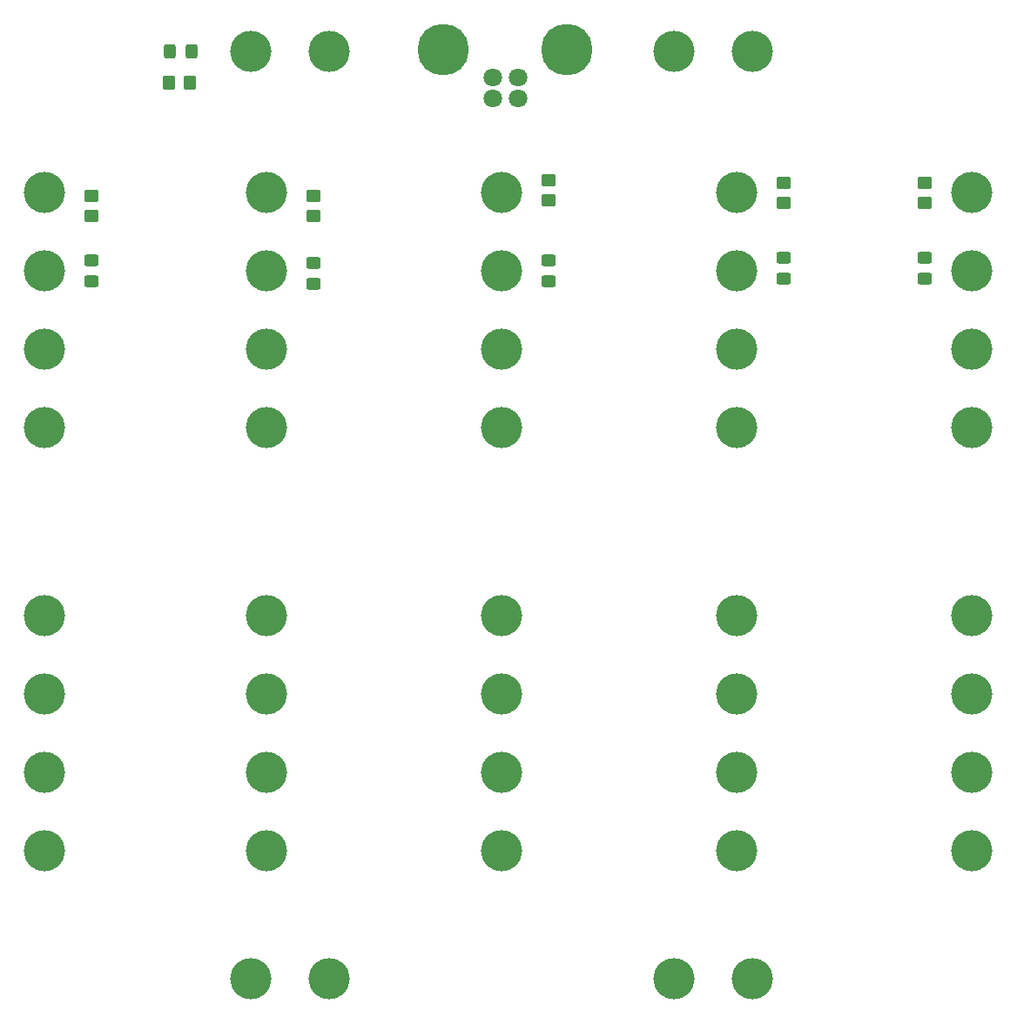
<source format=gbr>
%TF.GenerationSoftware,KiCad,Pcbnew,6.0.6-3a73a75311~116~ubuntu20.04.1*%
%TF.CreationDate,2022-06-26T16:51:51-05:00*%
%TF.ProjectId,BigClive_AA_Battery_Trickle_Charger_v000,42696743-6c69-4766-955f-41415f426174,rev?*%
%TF.SameCoordinates,Original*%
%TF.FileFunction,Soldermask,Bot*%
%TF.FilePolarity,Negative*%
%FSLAX46Y46*%
G04 Gerber Fmt 4.6, Leading zero omitted, Abs format (unit mm)*
G04 Created by KiCad (PCBNEW 6.0.6-3a73a75311~116~ubuntu20.04.1) date 2022-06-26 16:51:51*
%MOMM*%
%LPD*%
G01*
G04 APERTURE LIST*
G04 Aperture macros list*
%AMRoundRect*
0 Rectangle with rounded corners*
0 $1 Rounding radius*
0 $2 $3 $4 $5 $6 $7 $8 $9 X,Y pos of 4 corners*
0 Add a 4 corners polygon primitive as box body*
4,1,4,$2,$3,$4,$5,$6,$7,$8,$9,$2,$3,0*
0 Add four circle primitives for the rounded corners*
1,1,$1+$1,$2,$3*
1,1,$1+$1,$4,$5*
1,1,$1+$1,$6,$7*
1,1,$1+$1,$8,$9*
0 Add four rect primitives between the rounded corners*
20,1,$1+$1,$2,$3,$4,$5,0*
20,1,$1+$1,$4,$5,$6,$7,0*
20,1,$1+$1,$6,$7,$8,$9,0*
20,1,$1+$1,$8,$9,$2,$3,0*%
G04 Aperture macros list end*
%ADD10C,4.000000*%
%ADD11C,1.800000*%
%ADD12C,5.000000*%
%ADD13RoundRect,0.250000X0.450000X-0.325000X0.450000X0.325000X-0.450000X0.325000X-0.450000X-0.325000X0*%
%ADD14RoundRect,0.250000X-0.450000X0.350000X-0.450000X-0.350000X0.450000X-0.350000X0.450000X0.350000X0*%
%ADD15RoundRect,0.250000X0.350000X0.450000X-0.350000X0.450000X-0.350000X-0.450000X0.350000X-0.450000X0*%
%ADD16RoundRect,0.250000X0.325000X0.450000X-0.325000X0.450000X-0.325000X-0.450000X0.325000X-0.450000X0*%
G04 APERTURE END LIST*
D10*
%TO.C,U6*%
X142005000Y-133080000D03*
X149625000Y-133080000D03*
X190775000Y-133080000D03*
X183155000Y-133080000D03*
%TD*%
%TO.C,U5*%
X212110000Y-56625000D03*
X212110000Y-64245000D03*
X212110000Y-105395000D03*
X212110000Y-97775000D03*
%TD*%
D11*
%TO.C,J1*%
X165470000Y-47450000D03*
X167970000Y-47450000D03*
X167970000Y-45450000D03*
X165470000Y-45450000D03*
D12*
X172740000Y-42740000D03*
X160700000Y-42740000D03*
%TD*%
D10*
%TO.C,U1*%
X121940000Y-56625000D03*
X121940000Y-64245000D03*
X121940000Y-105395000D03*
X121940000Y-97775000D03*
%TD*%
%TO.C,U4*%
X189250000Y-56625000D03*
X189250000Y-64245000D03*
X189250000Y-105395000D03*
X189250000Y-97775000D03*
%TD*%
%TO.C,U3*%
X166390000Y-56625000D03*
X166390000Y-64245000D03*
X166390000Y-105395000D03*
X166390000Y-97775000D03*
%TD*%
%TO.C,U2*%
X143530000Y-56625000D03*
X143530000Y-64245000D03*
X143530000Y-105395000D03*
X143530000Y-97775000D03*
%TD*%
D13*
%TO.C,D10*%
X170962000Y-65271000D03*
X170962000Y-63221000D03*
%TD*%
D10*
%TO.C,U12*%
X141995000Y-42900000D03*
X149615000Y-42900000D03*
X190765000Y-42900000D03*
X183145000Y-42900000D03*
%TD*%
D14*
%TO.C,R8*%
X126512000Y-56896000D03*
X126512000Y-58896000D03*
%TD*%
%TO.C,R10*%
X170962000Y-55372000D03*
X170962000Y-57372000D03*
%TD*%
D10*
%TO.C,U9*%
X166390000Y-71865000D03*
X166390000Y-79485000D03*
X166390000Y-120635000D03*
X166390000Y-113015000D03*
%TD*%
D13*
%TO.C,D9*%
X148102000Y-65525000D03*
X148102000Y-63475000D03*
%TD*%
D10*
%TO.C,U8*%
X143530000Y-71865000D03*
X143530000Y-79485000D03*
X143530000Y-120635000D03*
X143530000Y-113015000D03*
%TD*%
D15*
%TO.C,R13*%
X136040000Y-45920000D03*
X134040000Y-45920000D03*
%TD*%
D16*
%TO.C,D13*%
X136173000Y-42910000D03*
X134123000Y-42910000D03*
%TD*%
D13*
%TO.C,D8*%
X126512000Y-65271000D03*
X126512000Y-63221000D03*
%TD*%
D14*
%TO.C,R11*%
X193822000Y-55626000D03*
X193822000Y-57626000D03*
%TD*%
D10*
%TO.C,U10*%
X189250000Y-71865000D03*
X189250000Y-79485000D03*
X189250000Y-120635000D03*
X189250000Y-113015000D03*
%TD*%
%TO.C,U11*%
X212110000Y-71865000D03*
X212110000Y-79485000D03*
X212110000Y-120635000D03*
X212110000Y-113015000D03*
%TD*%
D14*
%TO.C,R9*%
X148102000Y-56896000D03*
X148102000Y-58896000D03*
%TD*%
%TO.C,R12*%
X207538000Y-55626000D03*
X207538000Y-57626000D03*
%TD*%
D13*
%TO.C,D11*%
X193822000Y-65017000D03*
X193822000Y-62967000D03*
%TD*%
%TO.C,D12*%
X207538000Y-65017000D03*
X207538000Y-62967000D03*
%TD*%
D10*
%TO.C,U7*%
X121940000Y-71865000D03*
X121940000Y-79485000D03*
X121940000Y-120635000D03*
X121940000Y-113015000D03*
%TD*%
M02*

</source>
